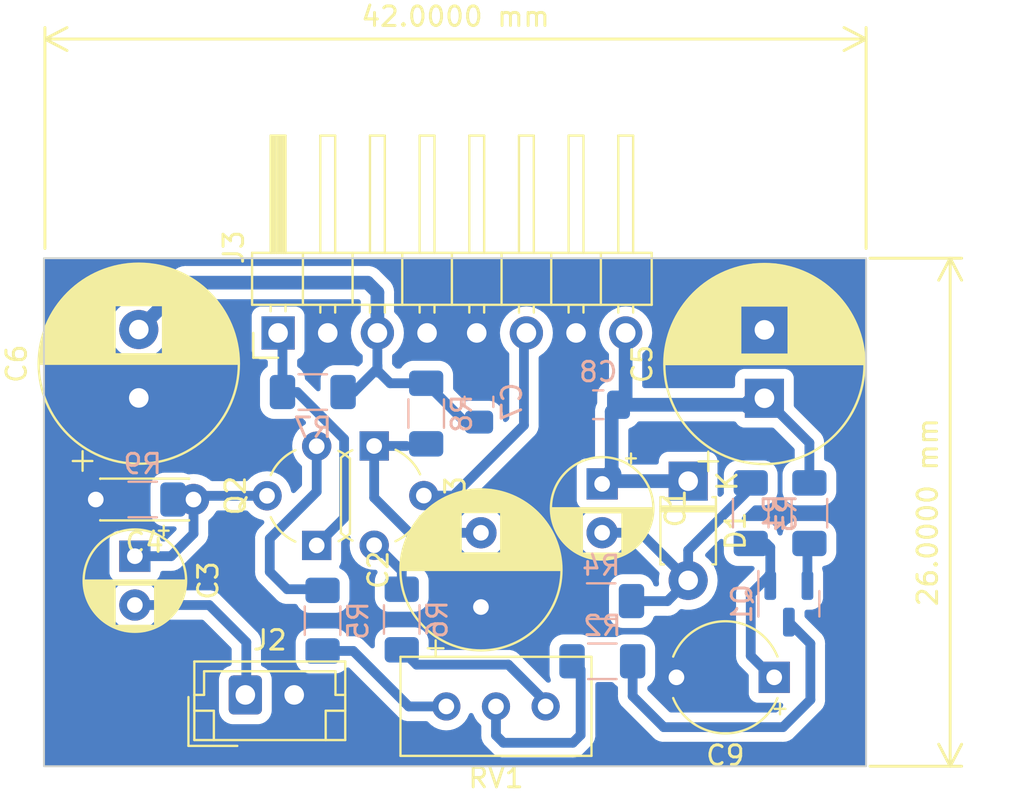
<source format=kicad_pcb>
(kicad_pcb (version 20221018) (generator pcbnew)
  (layers (0 "F.Cu" signal) (31 "B.Cu" signal) (34 "B.Paste" user) (35 "F.Paste" user) (36 "B.SilkS" user "B.Silkscreen") (37 "F.SilkS" user "F.Silkscreen") (38 "B.Mask" user) (39 "F.Mask" user) (44 "Edge.Cuts" user))
  (net 0 "")
  (net 1 "Net-(D1-K)")
  (net 2 "Net-(D1-A)")
  (net 3 "GND")
  (net 4 "Net-(Q3-C)")
  (net 5 "Net-(J2-Pin_1)")
  (net 6 "Net-(Q2-B)")
  (net 7 "Net-(Q1-B)")
  (net 8 "Net-(Q1-E)")
  (net 9 "Net-(Q1-C)")
  (net 10 "Net-(Q2-E)")
  (net 11 "Net-(Q3-E)")
  (net 12 "Net-(R2-Pad2)")
  (net 13 "Net-(R5-Pad1)")
  (net 14 "Net-(R6-Pad1)")
  (net 15 "Net-(J3-Pin_6)")
  (net 16 "Net-(J3-Pin_1)")
  (net 17 "Net-(J3-Pin_3)")
  (footprint "Diode_THT:D_T-1_P5.08mm_Horizontal" (layer "F.Cu") (at 135.3 87.66 -90)
    (fp_text reference "D1" (at 2.54 -2.42 90) (layer "F.SilkS"))
    (fp_text value "10V")
    (fp_text user "K" (at 0 -2 90) (layer "F.SilkS"))
    (pad "1" thru_hole rect (at 0 0 270) (size 2 2) (drill 1) (layers "*.Cu" "*.Mask") (net 1 "Net-(D1-K)"))
    (pad "2" thru_hole oval (at 5.08 0 270) (size 2 2) (drill 1) (layers "*.Cu" "*.Mask") (net 2 "Net-(D1-A)"))
  )
  (footprint "Capacitor_THT:C_Disc_D4.3mm_W1.9mm_P5.00mm" (layer "F.Cu") (at 110 88.6 180)
    (fp_text reference "C4" (at 2.5 -2.2) (layer "F.SilkS"))
    (fp_text value "330p")
    (pad "1" thru_hole circle (at 0 0 180) (size 1.6 1.6) (drill 0.8) (layers "*.Cu" "*.Mask") (net 6 "Net-(Q2-B)"))
    (pad "2" thru_hole circle (at 5 0 180) (size 1.6 1.6) (drill 0.8) (layers "*.Cu" "*.Mask") (net 3 "GND"))
  )
  (footprint "Package_TO_SOT_THT:TO-92L_Wide" (layer "F.Cu") (at 116.3 90.95 90)
    (fp_text reference "Q2" (at 2.55 -4.15 90) (layer "F.SilkS"))
    (fp_text value "BC560")
    (pad "1" thru_hole rect (at 0 0 90) (size 1.5 1.5) (drill 0.8) (layers "*.Cu" "*.Mask") (net 16 "Net-(J3-Pin_1)"))
    (pad "2" thru_hole circle (at 2.54 -2.54 90) (size 1.5 1.5) (drill 0.8) (layers "*.Cu" "*.Mask") (net 6 "Net-(Q2-B)"))
    (pad "3" thru_hole circle (at 5.08 0 90) (size 1.5 1.5) (drill 0.8) (layers "*.Cu" "*.Mask") (net 10 "Net-(Q2-E)"))
  )
  (footprint "Capacitor_THT:CP_Radial_D5.0mm_P2.50mm" (layer "F.Cu") (at 130.9 87.8 -90)
    (fp_text reference "C1" (at 1.25 -3.75 90) (layer "F.SilkS"))
    (fp_text value "22u/16V")
    (pad "1" thru_hole rect (at 0 0 270) (size 1.6 1.6) (drill 0.8) (layers "*.Cu" "*.Mask") (net 1 "Net-(D1-K)"))
    (pad "2" thru_hole circle (at 2.5 0 270) (size 1.6 1.6) (drill 0.8) (layers "*.Cu" "*.Mask") (net 2 "Net-(D1-A)"))
  )
  (footprint "Capacitor_THT:CP_Radial_D10.0mm_P3.50mm" (layer "F.Cu") (at 139.2 83.417677 90)
    (fp_text reference "C5" (at 1.75 -6.25 90) (layer "F.SilkS"))
    (fp_text value "47u/35V")
    (pad "1" thru_hole rect (at 0 0 90) (size 2 2) (drill 1) (layers "*.Cu" "*.Mask") (net 1 "Net-(D1-K)"))
    (pad "2" thru_hole circle (at 3.5 0 90) (size 2 2) (drill 1) (layers "*.Cu" "*.Mask") (net 3 "GND"))
  )
  (footprint "Capacitor_THT:CP_Radial_D8.0mm_P3.80mm" (layer "F.Cu") (at 124.7 94.102651 90)
    (fp_text reference "C2" (at 1.9 -5.25 90) (layer "F.SilkS"))
    (fp_text value "22u/35V")
    (pad "1" thru_hole rect (at 0 0 90) (size 1.6 1.6) (drill 0.8) (layers "*.Cu" "*.Mask") (net 3 "GND"))
    (pad "2" thru_hole circle (at 3.8 0 90) (size 1.6 1.6) (drill 0.8) (layers "*.Cu" "*.Mask") (net 4 "Net-(Q3-C)"))
  )
  (footprint "Package_TO_SOT_THT:TO-92L_Wide" (layer "F.Cu") (at 119.24 85.86 -90)
    (fp_text reference "Q3" (at 2.55 -4.15 -90) (layer "F.SilkS"))
    (fp_text value "BC560")
    (pad "1" thru_hole rect (at 0 0 270) (size 1.5 1.5) (drill 0.8) (layers "*.Cu" "*.Mask") (net 4 "Net-(Q3-C)"))
    (pad "2" thru_hole circle (at 2.54 -2.54 270) (size 1.5 1.5) (drill 0.8) (layers "*.Cu" "*.Mask") (net 15 "Net-(J3-Pin_6)"))
    (pad "3" thru_hole circle (at 5.08 0 270) (size 1.5 1.5) (drill 0.8) (layers "*.Cu" "*.Mask") (net 11 "Net-(Q3-E)"))
  )
  (footprint "Capacitor_THT:CP_Radial_D5.0mm_P2.50mm" (layer "F.Cu") (at 107 91.5 -90)
    (fp_text reference "C3" (at 1.25 -3.75 90) (layer "F.SilkS"))
    (fp_text value "2.2u/16V")
    (pad "1" thru_hole rect (at 0 0 270) (size 1.6 1.6) (drill 0.8) (layers "*.Cu" "*.Mask") (net 6 "Net-(Q2-B)"))
    (pad "2" thru_hole circle (at 2.5 0 270) (size 1.6 1.6) (drill 0.8) (layers "*.Cu" "*.Mask") (net 5 "Net-(J2-Pin_1)"))
  )
  (footprint "Connector_PinHeader_2.54mm:PinHeader_1x08_P2.54mm_Horizontal" (layer "F.Cu") (at 114.325 80.075 90)
    (fp_text reference "J3" (at 4.385 -2.27 90) (layer "F.SilkS"))
    (fp_text value "Conn_01x08")
    (pad "1" thru_hole rect (at 0 0 90) (size 1.7 1.7) (drill 1) (layers "*.Cu" "*.Mask") (net 16 "Net-(J3-Pin_1)"))
    (pad "2" thru_hole oval (at 0 2.54 90) (size 1.7 1.7) (drill 1) (layers "*.Cu" "*.Mask") (net 3 "GND"))
    (pad "3" thru_hole oval (at 0 5.08 90) (size 1.7 1.7) (drill 1) (layers "*.Cu" "*.Mask") (net 17 "Net-(J3-Pin_3)"))
    (pad "4" thru_hole oval (at 0 7.62 90) (size 1.7 1.7) (drill 1) (layers "*.Cu" "*.Mask") (net 3 "GND"))
    (pad "5" thru_hole oval (at 0 10.16 90) (size 1.7 1.7) (drill 1) (layers "*.Cu" "*.Mask") (net 3 "GND"))
    (pad "6" thru_hole oval (at 0 12.7 90) (size 1.7 1.7) (drill 1) (layers "*.Cu" "*.Mask") (net 15 "Net-(J3-Pin_6)"))
    (pad "7" thru_hole oval (at 0 15.24 90) (size 1.7 1.7) (drill 1) (layers "*.Cu" "*.Mask") (net 3 "GND"))
    (pad "8" thru_hole oval (at 0 17.78 90) (size 1.7 1.7) (drill 1) (layers "*.Cu" "*.Mask") (net 1 "Net-(D1-K)"))
  )
  (footprint "Capacitor_THT:CP_Radial_D10.0mm_P3.50mm" (layer "F.Cu") (at 107.2 83.4 90)
    (fp_text reference "C6" (at 1.75 -6.25 90) (layer "F.SilkS"))
    (fp_text value "47u/35V")
    (pad "1" thru_hole rect (at 0 0 90) (size 2 2) (drill 1) (layers "*.Cu" "*.Mask") (net 3 "GND"))
    (pad "2" thru_hole circle (at 3.5 0 90) (size 2 2) (drill 1) (layers "*.Cu" "*.Mask") (net 17 "Net-(J3-Pin_3)"))
  )
  (footprint "Potentiometer_THT:Potentiometer_Bourns_3296W_Vertical" (layer "F.Cu") (at 122.93 99.19 180)
    (fp_text reference "RV1" (at -2.54 -3.66) (layer "F.SilkS"))
    (fp_text value "100")
    (pad "1" thru_hole circle (at 0 0 180) (size 1.44 1.44) (drill 0.8) (layers "*.Cu" "*.Mask") (net 13 "Net-(R5-Pad1)"))
    (pad "2" thru_hole circle (at -2.54 0 180) (size 1.44 1.44) (drill 0.8) (layers "*.Cu" "*.Mask") (net 12 "Net-(R2-Pad2)"))
    (pad "3" thru_hole circle (at -5.08 0 180) (size 1.44 1.44) (drill 0.8) (layers "*.Cu" "*.Mask") (net 14 "Net-(R6-Pad1)"))
  )
  (footprint "Connector_JST:JST_EH_B2B-EH-A_1x02_P2.50mm_Vertical" (layer "F.Cu") (at 112.65 98.6)
    (fp_text reference "J2" (at 1.25 -2.8) (layer "F.SilkS"))
    (fp_text value "Conn_01x02")
    (pad "1" thru_hole roundrect (at 0 0) (size 1.7 2) (drill 1) (layers "*.Cu" "*.Mask") (roundrect_rratio 0.147059) (net 5 "Net-(J2-Pin_1)"))
    (pad "2" thru_hole oval (at 2.5 0) (size 1.7 2) (drill 1) (layers "*.Cu" "*.Mask") (net 3 "GND"))
  )
  (footprint "Capacitor_THT:CP_Radial_Tantal_D5.5mm_P5.00mm" (layer "F.Cu") (at 139.7 97.7 180)
    (fp_text reference "C9" (at 2.5 -4) (layer "F.SilkS"))
    (fp_text value "33u/25V")
    (pad "1" thru_hole rect (at 0 0 180) (size 1.6 1.6) (drill 0.8) (layers "*.Cu" "*.Mask") (net 7 "Net-(Q1-B)"))
    (pad "2" thru_hole circle (at 5 0 180) (size 1.6 1.6) (drill 0.8) (layers "*.Cu" "*.Mask") (net 3 "GND"))
  )
  (footprint "Package_TO_SOT_SMD:SOT-23" (layer "B.Cu") (at 140.45 93.9375 -90)
    (fp_text reference "Q1" (at 0 2.4 90) (layer "B.SilkS") (effects (justify mirror)))
    (fp_text value "BC858")
    (pad "1" smd roundrect (at -0.9375 0.95 270) (size 1.475 0.6) (layers "B.Cu" "B.Paste" "B.Mask") (net 7 "Net-(Q1-B)"))
    (pad "2" smd roundrect (at -0.9375 -0.95 270) (size 1.475 0.6) (layers "B.Cu" "B.Paste" "B.Mask") (net 8 "Net-(Q1-E)"))
    (pad "3" smd roundrect (at 0.9375 0 270) (size 1.475 0.6) (layers "B.Cu" "B.Paste" "B.Mask") (net 9 "Net-(Q1-C)"))
  )
  (footprint "Resistor_SMD:R_1206_3216Metric_Pad1.30x1.75mm_HandSolder" (layer "B.Cu") (at 107.4 88.6 180)
    (fp_text reference "R9" (at 0 1.82) (layer "B.SilkS") (effects (justify mirror)))
    (fp_text value "68k")
    (pad "1" smd roundrect (at -1.55 0 180) (size 1.3 1.75) (layers "B.Cu" "B.Paste" "B.Mask") (roundrect_rratio 0.192308) (net 6 "Net-(Q2-B)"))
    (pad "2" smd roundrect (at 1.55 0 180) (size 1.3 1.75) (layers "B.Cu" "B.Paste" "B.Mask") (roundrect_rratio 0.192308) (net 3 "GND"))
  )
  (footprint "Resistor_SMD:R_1206_3216Metric_Pad1.30x1.75mm_HandSolder" (layer "B.Cu") (at 120.65 94.742 90)
    (fp_text reference "R6" (at 0 1.82 90) (layer "B.SilkS") (effects (justify mirror)))
    (fp_text value "56")
    (pad "1" smd roundrect (at -1.55 0 90) (size 1.3 1.75) (layers "B.Cu" "B.Paste" "B.Mask") (roundrect_rratio 0.192308) (net 14 "Net-(R6-Pad1)"))
    (pad "2" smd roundrect (at 1.55 0 90) (size 1.3 1.75) (layers "B.Cu" "B.Paste" "B.Mask") (roundrect_rratio 0.192308) (net 11 "Net-(Q3-E)"))
  )
  (footprint "Resistor_SMD:R_1206_3216Metric_Pad1.30x1.75mm_HandSolder" (layer "B.Cu") (at 141.5 89.3 -90)
    (fp_text reference "R1" (at 0 1.82 90) (layer "B.SilkS") (effects (justify mirror)))
    (fp_text value "3k9")
    (pad "1" smd roundrect (at -1.55 0 270) (size 1.3 1.75) (layers "B.Cu" "B.Paste" "B.Mask") (roundrect_rratio 0.192308) (net 1 "Net-(D1-K)"))
    (pad "2" smd roundrect (at 1.55 0 270) (size 1.3 1.75) (layers "B.Cu" "B.Paste" "B.Mask") (roundrect_rratio 0.192308) (net 8 "Net-(Q1-E)"))
  )
  (footprint "Resistor_SMD:R_1206_3216Metric_Pad1.30x1.75mm_HandSolder" (layer "B.Cu") (at 130.91 96.88 180)
    (fp_text reference "R2" (at 0 1.82) (layer "B.SilkS") (effects (justify mirror)))
    (fp_text value "1k")
    (pad "1" smd roundrect (at -1.55 0 180) (size 1.3 1.75) (layers "B.Cu" "B.Paste" "B.Mask") (roundrect_rratio 0.192308) (net 9 "Net-(Q1-C)"))
    (pad "2" smd roundrect (at 1.55 0 180) (size 1.3 1.75) (layers "B.Cu" "B.Paste" "B.Mask") (roundrect_rratio 0.192308) (net 12 "Net-(R2-Pad2)"))
  )
  (footprint "Resistor_SMD:R_1206_3216Metric_Pad1.30x1.75mm_HandSolder" (layer "B.Cu") (at 138.5 89.3 90)
    (fp_text reference "R3" (at 0 1.82 90) (layer "B.SilkS") (effects (justify mirror)))
    (fp_text value "470")
    (pad "1" smd roundrect (at -1.55 0 90) (size 1.3 1.75) (layers "B.Cu" "B.Paste" "B.Mask") (roundrect_rratio 0.192308) (net 7 "Net-(Q1-B)"))
    (pad "2" smd roundrect (at 1.55 0 90) (size 1.3 1.75) (layers "B.Cu" "B.Paste" "B.Mask") (roundrect_rratio 0.192308) (net 2 "Net-(D1-A)"))
  )
  (footprint "Resistor_SMD:R_1206_3216Metric_Pad1.30x1.75mm_HandSolder" (layer "B.Cu") (at 116.1 83.1)
    (fp_text reference "R7" (at 0 1.82) (layer "B.SilkS") (effects (justify mirror)))
    (fp_text value "560")
    (pad "1" smd roundrect (at -1.55 0) (size 1.3 1.75) (layers "B.Cu" "B.Paste" "B.Mask") (roundrect_rratio 0.192308) (net 16 "Net-(J3-Pin_1)"))
    (pad "2" smd roundrect (at 1.55 0) (size 1.3 1.75) (layers "B.Cu" "B.Paste" "B.Mask") (roundrect_rratio 0.192308) (net 17 "Net-(J3-Pin_3)"))
  )
  (footprint "Capacitor_SMD:C_0805_2012Metric_Pad1.18x1.45mm_HandSolder" (layer "B.Cu") (at 130.7 83.75 180)
    (fp_text reference "C8" (at 0 1.68) (layer "B.SilkS") (effects (justify mirror)))
    (fp_text value "100n")
    (pad "1" smd roundrect (at -1.0375 0 180) (size 1.175 1.45) (layers "B.Cu" "B.Paste" "B.Mask") (roundrect_rratio 0.212766) (net 1 "Net-(D1-K)"))
    (pad "2" smd roundrect (at 1.0375 0 180) (size 1.175 1.45) (layers "B.Cu" "B.Paste" "B.Mask") (roundrect_rratio 0.212766) (net 3 "GND"))
  )
  (footprint "Resistor_SMD:R_1206_3216Metric_Pad1.30x1.75mm_HandSolder" (layer "B.Cu") (at 121.9 84.2 90)
    (fp_text reference "R8" (at 0 1.82 90) (layer "B.SilkS") (effects (justify mirror)))
    (fp_text value "560")
    (pad "1" smd roundrect (at -1.55 0 90) (size 1.3 1.75) (layers "B.Cu" "B.Paste" "B.Mask") (roundrect_rratio 0.192308) (net 4 "Net-(Q3-C)"))
    (pad "2" smd roundrect (at 1.55 0 90) (size 1.3 1.75) (layers "B.Cu" "B.Paste" "B.Mask") (roundrect_rratio 0.192308) (net 17 "Net-(J3-Pin_3)"))
  )
  (footprint "Resistor_SMD:R_1206_3216Metric_Pad1.30x1.75mm_HandSolder" (layer "B.Cu") (at 130.85 93.8 180)
    (fp_text reference "R4" (at 0 1.82) (layer "B.SilkS") (effects (justify mirror)))
    (fp_text value "33k")
    (pad "1" smd roundrect (at -1.55 0 180) (size 1.3 1.75) (layers "B.Cu" "B.Paste" "B.Mask") (roundrect_rratio 0.192308) (net 2 "Net-(D1-A)"))
    (pad "2" smd roundrect (at 1.55 0 180) (size 1.3 1.75) (layers "B.Cu" "B.Paste" "B.Mask") (roundrect_rratio 0.192308) (net 3 "GND"))
  )
  (footprint "Capacitor_SMD:C_0805_2012Metric_Pad1.18x1.45mm_HandSolder" (layer "B.Cu") (at 124.6 83.6 90)
    (fp_text reference "C7" (at 0 1.68 90) (layer "B.SilkS") (effects (justify mirror)))
    (fp_text value "100n")
    (pad "1" smd roundrect (at -1.0375 0 90) (size 1.175 1.45) (layers "B.Cu" "B.Paste" "B.Mask") (roundrect_rratio 0.212766) (net 17 "Net-(J3-Pin_3)"))
    (pad "2" smd roundrect (at 1.0375 0 90) (size 1.175 1.45) (layers "B.Cu" "B.Paste" "B.Mask") (roundrect_rratio 0.212766) (net 3 "GND"))
  )
  (footprint "Resistor_SMD:R_1206_3216Metric_Pad1.30x1.75mm_HandSolder" (layer "B.Cu") (at 116.6 94.8 90)
    (fp_text reference "R5" (at 0 1.82 90) (layer "B.SilkS") (effects (justify mirror)))
    (fp_text value "56")
    (pad "1" smd roundrect (at -1.55 0 90) (size 1.3 1.75) (layers "B.Cu" "B.Paste" "B.Mask") (roundrect_rratio 0.192308) (net 13 "Net-(R5-Pad1)"))
    (pad "2" smd roundrect (at 1.55 0 90) (size 1.3 1.75) (layers "B.Cu" "B.Paste" "B.Mask") (roundrect_rratio 0.192308) (net 10 "Net-(Q2-E)"))
  )
  (gr_rect (start 102.35 76.25) (end 144.4 102.25) (stroke (width 0.1)) (fill none) (layer "Edge.Cuts"))
  (dimension (type aligned) (layer "F.SilkS") (pts (xy 102.4 76.25) (xy 144.4 76.25)) (height -11.216739) (gr_text "42,0000 mm" (at 123.4 63.883261) (layer "F.SilkS") (effects (font (size 1 1) (thickness 0.15)))) (format (prefix "") (suffix "") (units 3) (units_format 1) (precision 4)) (style (thickness 0.15) (arrow_length 1.27) (text_position_mode 0) (extension_height 0.58642) (extension_offset 0.5) keep_text_aligned))
  (dimension (type aligned) (layer "F.SilkS") (pts (xy 144.1 76.25) (xy 144.1 102.25)) (height -4.6) (gr_text "26,0000 mm" (at 147.55 89.25 90) (layer "F.SilkS") (effects (font (size 1 1) (thickness 0.15)))) (format (prefix "") (suffix "") (units 3) (units_format 1) (precision 4)) (style (thickness 0.15) (arrow_length 1.27) (text_position_mode 0) (extension_height 0.58642) (extension_offset 0.5) keep_text_aligned))
  (segment (start 132.1 80.08) (end 132.1 83.3875) (width 0.7) (layer "B.Cu") (net 1))
  (segment (start 141.5 87.75) (end 141.5 85.7) (width 0.5) (layer "B.Cu") (net 1))
  (segment (start 135.3 87.66) (end 131.04 87.66) (width 0.7) (layer "B.Cu") (net 1))
  (segment (start 131.3875 84.1) (end 131.7375 83.75) (width 0.7) (layer "B.Cu") (net 1))
  (segment (start 132.1 83.3875) (end 131.7375 83.75) (width 0.7) (layer "B.Cu") (net 1))
  (segment (start 131.04 87.66) (end 130.9 87.8) (width 0.7) (layer "B.Cu") (net 1))
  (segment (start 132.105 80.075) (end 132.1 80.08) (width 0.5) (layer "B.Cu") (net 1))
  (segment (start 131.3875 87.3125) (end 131.3875 84.1) (width 0.7) (layer "B.Cu") (net 1))
  (segment (start 131.7375 83.75) (end 138.45 83.75) (width 0.7) (layer "B.Cu") (net 1))
  (segment (start 130.9 87.8) (end 131.3875 87.3125) (width 1) (layer "B.Cu") (net 1))
  (segment (start 138.45 83.75) (end 139 83.2) (width 1) (layer "B.Cu") (net 1))
  (segment (start 141.5 85.7) (end 139 83.2) (width 0.5) (layer "B.Cu") (net 1))
  (segment (start 135.16 87.8) (end 135.3 87.66) (width 0.5) (layer "B.Cu") (net 1))
  (segment (start 134.24 93.8) (end 135.3 92.74) (width 0.5) (layer "B.Cu") (net 2))
  (segment (start 130.9 90.3) (end 132.86 90.3) (width 0.5) (layer "B.Cu") (net 2))
  (segment (start 135.3 91.2) (end 138.5 88) (width 0.5) (layer "B.Cu") (net 2))
  (segment (start 132.4 93.8) (end 134.24 93.8) (width 0.5) (layer "B.Cu") (net 2))
  (segment (start 135.3 92.74) (end 135.3 91.2) (width 0.5) (layer "B.Cu") (net 2))
  (segment (start 132.86 90.3) (end 135.3 92.74) (width 0.5) (layer "B.Cu") (net 2))
  (segment (start 138.5 88) (end 138.5 87.75) (width 0.5) (layer "B.Cu") (net 2))
  (segment (start 129.4 80.24) (end 129.565 80.075) (width 0.5) (layer "B.Cu") (net 3))
  (segment (start 121.945 80.075) (end 121.95 80.08) (width 0.5) (layer "B.Cu") (net 3))
  (segment (start 121.036651 90.302651) (end 124.7 90.302651) (width 0.5) (layer "B.Cu") (net 4))
  (segment (start 119.24 88.506) (end 121.036651 90.302651) (width 0.5) (layer "B.Cu") (net 4))
  (segment (start 119.24 85.86) (end 119.24 88.506) (width 0.5) (layer "B.Cu") (net 4))
  (segment (start 119.24 85.86) (end 120.89 85.86) (width 0.5) (layer "B.Cu") (net 4))
  (segment (start 110.8 94) (end 112.7 95.9) (width 0.5) (layer "B.Cu") (net 5))
  (segment (start 112.7 95.9) (end 112.7 98.05) (width 0.5) (layer "B.Cu") (net 5))
  (segment (start 107 94) (end 110.8 94) (width 0.5) (layer "B.Cu") (net 5))
  (segment (start 110.19 88.41) (end 110 88.6) (width 0.5) (layer "B.Cu") (net 6))
  (segment (start 107.4 91.2) (end 107.4 91.7) (width 0.5) (layer "B.Cu") (net 6))
  (segment (start 110 90.35) (end 108.85 91.5) (width 0.5) (layer "B.Cu") (net 6))
  (segment (start 110 88.6) (end 110 90.35) (width 0.5) (layer "B.Cu") (net 6))
  (segment (start 108.85 91.5) (end 107 91.5) (width 0.5) (layer "B.Cu") (net 6))
  (segment (start 110.35 88.25) (end 110 88.6) (width 0.5) (layer "B.Cu") (net 6))
  (segment (start 113.76 88.41) (end 110.19 88.41) (width 0.5) (layer "B.Cu") (net 6))
  (segment (start 108.95 88.6) (end 110 88.6) (width 0.5) (layer "B.Cu") (net 6))
  (segment (start 138.5 96.6) (end 138.5 93.4375) (width 0.5) (layer "B.Cu") (net 7))
  (segment (start 138.5 93.4375) (end 139.5 92.4375) (width 0.5) (layer "B.Cu") (net 7))
  (segment (start 139.5 91.05) (end 139.5 92.4375) (width 0.5) (layer "B.Cu") (net 7))
  (segment (start 138.5 90.85) (end 139.3 90.85) (width 0.5) (layer "B.Cu") (net 7))
  (segment (start 139.7 97.8) (end 138.5 96.6) (width 0.5) (layer "B.Cu") (net 7))
  (segment (start 139.3 90.85) (end 139.5 91.05) (width 0.5) (layer "B.Cu") (net 7))
  (segment (start 141.4 93) (end 141.4 90.95) (width 0.5) (layer "B.Cu") (net 8))
  (segment (start 141.4 90.95) (end 141.5 90.85) (width 0.5) (layer "B.Cu") (net 8))
  (segment (start 141.55 98.85) (end 141.55 95.975) (width 0.5) (layer "B.Cu") (net 9))
  (segment (start 141.55 95.975) (end 140.45 94.875) (width 0.5) (layer "B.Cu") (net 9))
  (segment (start 132.46 96.88) (end 132.46 98.66) (width 0.5) (layer "B.Cu") (net 9))
  (segment (start 134.05 100.25) (end 140.15 100.25) (width 0.5) (layer "B.Cu") (net 9))
  (segment (start 132.46 98.66) (end 134.05 100.25) (width 0.5) (layer "B.Cu") (net 9))
  (segment (start 140.15 100.25) (end 141.55 98.85) (width 0.5) (layer "B.Cu") (net 9))
  (segment (start 114.792 93.192) (end 116.542 93.192) (width 0.5) (layer "B.Cu") (net 10))
  (segment (start 116.3 88.2) (end 113.9 90.6) (width 0.5) (layer "B.Cu") (net 10))
  (segment (start 113.9 90.6) (end 113.9 92.3) (width 0.5) (layer "B.Cu") (net 10))
  (segment (start 116.542 93.192) (end 116.6 93.25) (width 0.5) (layer "B.Cu") (net 10))
  (segment (start 113.9 92.3) (end 114.792 93.192) (width 0.5) (layer "B.Cu") (net 10))
  (segment (start 116.3 85.87) (end 116.3 88.2) (width 0.5) (layer "B.Cu") (net 10))
  (segment (start 119.34 90.94) (end 119.24 90.94) (width 0.5) (layer "B.Cu") (net 11))
  (segment (start 120.65 93.192) (end 120.65 92.25) (width 0.5) (layer "B.Cu") (net 11))
  (segment (start 120.65 92.25) (end 119.34 90.94) (width 0.5) (layer "B.Cu") (net 11))
  (segment (start 129.8 97.32) (end 129.36 96.88) (width 0.5) (layer "B.Cu") (net 12))
  (segment (start 125.47 100.67) (end 125.85 101.05) (width 0.5) (layer "B.Cu") (net 12))
  (segment (start 129.4 101.05) (end 129.8 100.65) (width 0.5) (layer "B.Cu") (net 12))
  (segment (start 125.85 101.05) (end 129.4 101.05) (width 0.5) (layer "B.Cu") (net 12))
  (segment (start 129.8 100.65) (end 129.8 97.32) (width 0.5) (layer "B.Cu") (net 12))
  (segment (start 125.47 99.19) (end 125.47 100.67) (width 0.5) (layer "B.Cu") (net 12))
  (segment (start 116.6 96.35) (end 118.168 96.35) (width 0.5) (layer "B.Cu") (net 13))
  (segment (start 118.168 96.35) (end 121.008 99.19) (width 0.5) (layer "B.Cu") (net 13))
  (segment (start 121.008 99.19) (end 122.93 99.19) (width 0.5) (layer "B.Cu") (net 13))
  (segment (start 128.01 99.19) (end 128.01 98.96) (width 0.5) (layer "B.Cu") (net 14))
  (segment (start 121.408 97.05) (end 120.65 96.292) (width 0.5) (layer "B.Cu") (net 14))
  (segment (start 126.1 97.05) (end 121.408 97.05) (width 0.5) (layer "B.Cu") (net 14))
  (segment (start 128.01 98.96) (end 126.1 97.05) (width 0.5) (layer "B.Cu") (net 14))
  (segment (start 126.9 84.8) (end 123.3 88.4) (width 0.5) (layer "B.Cu") (net 15))
  (segment (start 127.025 80.075) (end 126.9 80.2) (width 0.5) (layer "B.Cu") (net 15))
  (segment (start 126.9 80.2) (end 126.9 84.8) (width 0.5) (layer "B.Cu") (net 15))
  (segment (start 123.3 88.4) (end 121.78 88.4) (width 0.5) (layer "B.Cu") (net 15))
  (segment (start 114.55 80.3) (end 114.325 80.075) (width 0.5) (layer "B.Cu") (net 16))
  (segment (start 117.7 85.5) (end 115.3 83.1) (width 0.5) (layer "B.Cu") (net 16))
  (segment (start 114.55 83.1) (end 114.55 80.3) (width 0.5) (layer "B.Cu") (net 16))
  (segment (start 115.3 83.1) (end 114.55 83.1) (width 0.5) (layer "B.Cu") (net 16))
  (segment (start 117.7 89.55) (end 117.7 85.5) (width 0.5) (layer "B.Cu") (net 16))
  (segment (start 116.3 90.95) (end 117.7 89.55) (width 0.5) (layer "B.Cu") (net 16))
  (segment (start 109.6 77.5) (end 118.9 77.5) (width 0.7) (layer "B.Cu") (net 17))
  (segment (start 124.6 84.6375) (end 123.8875 84.6375) (width 0.5) (layer "B.Cu") (net 17))
  (segment (start 118.9 77.5) (end 119.405 78.005) (width 0.7) (layer "B.Cu") (net 17))
  (segment (start 107.2 79.9) (end 109.6 77.5) (width 0.7) (layer "B.Cu") (net 17))
  (segment (start 123.8875 84.6375) (end 121.9 82.65) (width 0.5) (layer "B.Cu") (net 17))
  (segment (start 119.405 78.005) (end 119.405 80.075) (width 0.7) (layer "B.Cu") (net 17))
  (segment (start 117.65 83.1) (end 118.2 83.1) (width 0.5) (layer "B.Cu") (net 17))
  (segment (start 118.2 83.1) (end 119.405 81.895) (width 0.5) (layer "B.Cu") (net 17))
  (segment (start 119.405 80.075) (end 119.405 81.755) (width 0.5) (layer "B.Cu") (net 17))
  (segment (start 120.055 82.65) (end 119.405 82) (width 0.5) (layer "B.Cu") (net 17))
  (segment (start 119.405 81.755) (end 119.405 82) (width 0.5) (layer "B.Cu") (net 17))
  (segment (start 119.405 82) (end 119.405 82.105) (width 0.5) (layer "B.Cu") (net 17))
  (segment (start 119.405 81.895) (end 119.405 81.755) (width 0.5) (layer "B.Cu") (net 17))
  (segment (start 121.9 82.65) (end 120.055 82.65) (width 0.5) (layer "B.Cu") (net 17))
  (zone (net 3) (net_name "GND") (layer "B.Cu") (connect_pads yes (clearance 0.5)) (min_thickness 0.25) (fill yes (thermal_gap 0.5) (thermal_bridge_width 0.5) (smoothing chamfer))
    (polygon (pts (xy 101.8 75.9) (xy 144.4 75.9) (xy 144.4 102.5) (xy 101.7 102.5)))
  )
  (zone (net 0) (net_name "") (layer "B.Cu") (connect_pads yes (clearance 0)) (min_thickness 0.25)
    (keepout (tracks not_allowed) (vias not_allowed) (pads not_allowed) (copperpour not_allowed) (footprints allowed))
    (fill (thermal_gap 0.5) (thermal_bridge_width 0.5))
    (polygon (pts (xy 130.28 95.64) (xy 131.68 95.64) (xy 131.68 97.94) (xy 130.28 97.94)))
  )
)
</source>
